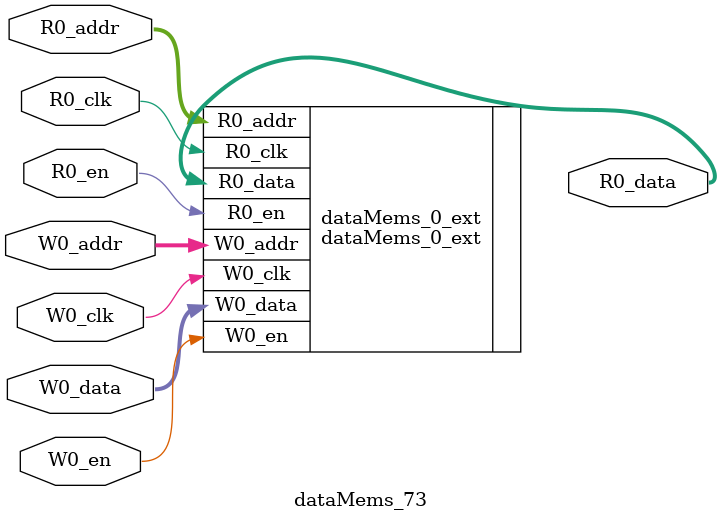
<source format=sv>
`ifndef RANDOMIZE
  `ifdef RANDOMIZE_REG_INIT
    `define RANDOMIZE
  `endif // RANDOMIZE_REG_INIT
`endif // not def RANDOMIZE
`ifndef RANDOMIZE
  `ifdef RANDOMIZE_MEM_INIT
    `define RANDOMIZE
  `endif // RANDOMIZE_MEM_INIT
`endif // not def RANDOMIZE

`ifndef RANDOM
  `define RANDOM $random
`endif // not def RANDOM

// Users can define 'PRINTF_COND' to add an extra gate to prints.
`ifndef PRINTF_COND_
  `ifdef PRINTF_COND
    `define PRINTF_COND_ (`PRINTF_COND)
  `else  // PRINTF_COND
    `define PRINTF_COND_ 1
  `endif // PRINTF_COND
`endif // not def PRINTF_COND_

// Users can define 'ASSERT_VERBOSE_COND' to add an extra gate to assert error printing.
`ifndef ASSERT_VERBOSE_COND_
  `ifdef ASSERT_VERBOSE_COND
    `define ASSERT_VERBOSE_COND_ (`ASSERT_VERBOSE_COND)
  `else  // ASSERT_VERBOSE_COND
    `define ASSERT_VERBOSE_COND_ 1
  `endif // ASSERT_VERBOSE_COND
`endif // not def ASSERT_VERBOSE_COND_

// Users can define 'STOP_COND' to add an extra gate to stop conditions.
`ifndef STOP_COND_
  `ifdef STOP_COND
    `define STOP_COND_ (`STOP_COND)
  `else  // STOP_COND
    `define STOP_COND_ 1
  `endif // STOP_COND
`endif // not def STOP_COND_

// Users can define INIT_RANDOM as general code that gets injected into the
// initializer block for modules with registers.
`ifndef INIT_RANDOM
  `define INIT_RANDOM
`endif // not def INIT_RANDOM

// If using random initialization, you can also define RANDOMIZE_DELAY to
// customize the delay used, otherwise 0.002 is used.
`ifndef RANDOMIZE_DELAY
  `define RANDOMIZE_DELAY 0.002
`endif // not def RANDOMIZE_DELAY

// Define INIT_RANDOM_PROLOG_ for use in our modules below.
`ifndef INIT_RANDOM_PROLOG_
  `ifdef RANDOMIZE
    `ifdef VERILATOR
      `define INIT_RANDOM_PROLOG_ `INIT_RANDOM
    `else  // VERILATOR
      `define INIT_RANDOM_PROLOG_ `INIT_RANDOM #`RANDOMIZE_DELAY begin end
    `endif // VERILATOR
  `else  // RANDOMIZE
    `define INIT_RANDOM_PROLOG_
  `endif // RANDOMIZE
`endif // not def INIT_RANDOM_PROLOG_

// Include register initializers in init blocks unless synthesis is set
`ifndef SYNTHESIS
  `ifndef ENABLE_INITIAL_REG_
    `define ENABLE_INITIAL_REG_
  `endif // not def ENABLE_INITIAL_REG_
`endif // not def SYNTHESIS

// Include rmemory initializers in init blocks unless synthesis is set
`ifndef SYNTHESIS
  `ifndef ENABLE_INITIAL_MEM_
    `define ENABLE_INITIAL_MEM_
  `endif // not def ENABLE_INITIAL_MEM_
`endif // not def SYNTHESIS

module dataMems_73(	// @[generators/ara/src/main/scala/UnsafeAXI4ToTL.scala:365:62]
  input  [4:0]   R0_addr,
  input          R0_en,
  input          R0_clk,
  output [258:0] R0_data,
  input  [4:0]   W0_addr,
  input          W0_en,
  input          W0_clk,
  input  [258:0] W0_data
);

  dataMems_0_ext dataMems_0_ext (	// @[generators/ara/src/main/scala/UnsafeAXI4ToTL.scala:365:62]
    .R0_addr (R0_addr),
    .R0_en   (R0_en),
    .R0_clk  (R0_clk),
    .R0_data (R0_data),
    .W0_addr (W0_addr),
    .W0_en   (W0_en),
    .W0_clk  (W0_clk),
    .W0_data (W0_data)
  );
endmodule


</source>
